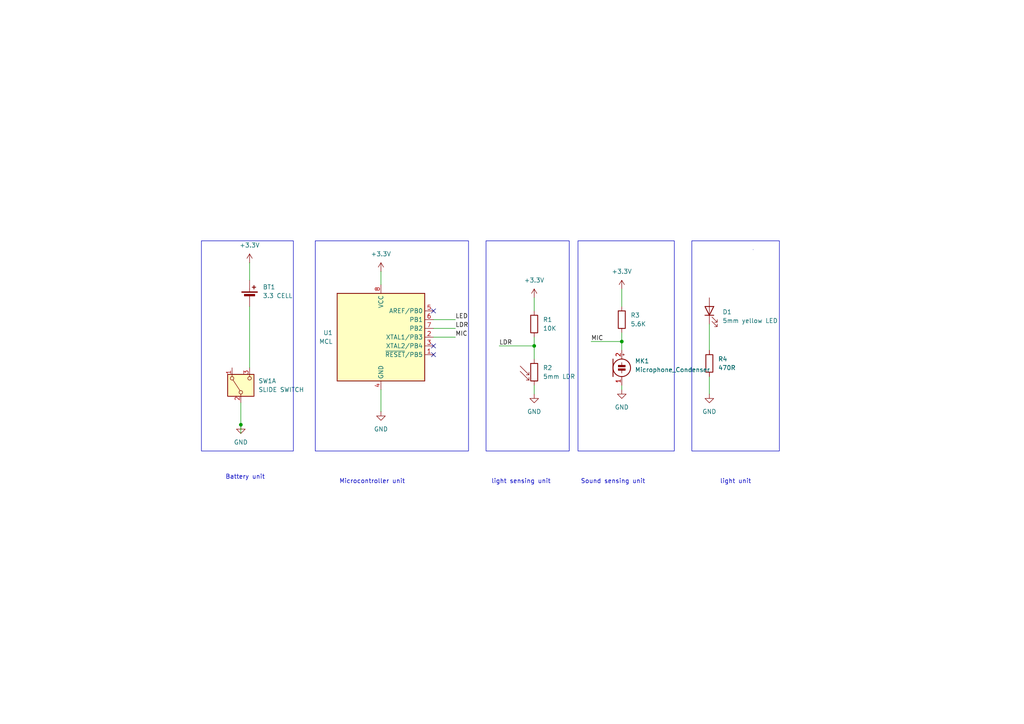
<source format=kicad_sch>
(kicad_sch (version 20231120) (generator "eeschema") (generator_version "8.0")
  (paper "A4")
  (title_block (title "Digital diya") (date "2025-02-06") (rev " v1") (company "PCB cupid"))
  (lib_symbols
    (symbol "Device:Battery_Cell" (pin_numbers hide) (pin_names (offset 0) hide)
      (property "Reference" "BT" (at 2.54 2.54 0))
      (property "Value" "Battery_Cell" (at 2.54 0 0))
      (symbol "Battery_Cell_0_1"
        (rectangle (start -2.286 1.778) (end 2.286 1.524) (fill (type outline)))
        (rectangle (start -1.524 1.016) (end 1.524 0.508) (fill (type outline)))
        (polyline (pts (xy 0 0.762) (xy 0 0)))
        (polyline (pts (xy 0 1.778) (xy 0 2.54)))
        (polyline (pts (xy 0.762 3.048) (xy 1.778 3.048)) (stroke (width 0.254)))
        (polyline (pts (xy 1.27 3.556) (xy 1.27 2.54)) (stroke (width 0.254)))
      )
      (symbol "Battery_Cell_1_1"
        (pin passive line (at 0 5.08 270) (length 2.54) (name "+") (number "1"))
        (pin passive line (at 0 -2.54 90) (length 2.54) (name "-") (number "2"))
      )
    )
    (symbol "Device:LED" (pin_numbers hide) (pin_names (offset 1.016) hide)
      (property "Reference" "D" (at 0 2.54 0))
      (property "Value" "LED" (at 0 -2.54 0))
      (symbol "LED_0_1"
        (polyline (pts (xy -1.27 -1.27) (xy -1.27 1.27)) (stroke (width 0.254)))
        (polyline (pts (xy -1.27 0) (xy 1.27 0)))
        (polyline (pts (xy 1.27 -1.27) (xy 1.27 1.27) (xy -1.27 0) (xy 1.27 -1.27)) (stroke (width 0.254)))
        (polyline (pts (xy -3.048 -0.762) (xy -4.572 -2.286) (xy -3.81 -2.286) (xy -4.572 -2.286) (xy -4.572 -1.524)))
        (polyline (pts (xy -1.778 -0.762) (xy -3.302 -2.286) (xy -2.54 -2.286) (xy -3.302 -2.286) (xy -3.302 -1.524)))
      )
      (symbol "LED_1_1"
        (pin passive line (at -3.81 0 0) (length 2.54) (name "K") (number "1"))
        (pin passive line (at 3.81 0 180) (length 2.54) (name "A") (number "2"))
      )
    )
    (symbol "Device:Microphone_Condenser" (pin_names (offset 0.0254) hide)
      (property "Reference" "MK" (at -3.302 1.27 0))
      (property "Value" "Microphone_Condenser" (at -3.302 -0.635 0))
      (symbol "Microphone_Condenser_0_1"
        (polyline (pts (xy -2.54 2.54) (xy -2.54 -2.54)) (stroke (width 0.254)))
        (polyline (pts (xy 0 -0.762) (xy 0 -1.524)))
        (polyline (pts (xy 0 0.762) (xy 0 1.524)))
        (polyline (pts (xy 0.254 3.81) (xy 0.762 3.81)))
        (polyline (pts (xy 0.508 4.064) (xy 0.508 3.556)))
        (circle (center 0 0) (radius 2.54) (stroke (width 0.254)))
        (rectangle (start 1.016 -0.254) (end -1.016 -0.762) (fill (type outline)))
        (rectangle (start 1.016 0.762) (end -1.016 0.254) (fill (type outline)))
      )
      (symbol "Microphone_Condenser_1_1"
        (pin passive line (at 0 -5.08 90) (length 2.54) (name "-") (number "1"))
        (pin passive line (at 0 5.08 270) (length 2.54) (name "+") (number "2"))
      )
    )
    (symbol "Device:R" (pin_numbers hide) (pin_names (offset 0))
      (property "Reference" "R" (at 2.032 0 90))
      (property "Value" "R" (at 0 0 90))
      (symbol "R_0_1"
        (rectangle (start -1.016 -2.54) (end 1.016 2.54) (stroke (width 0.254)))
      )
      (symbol "R_1_1"
        (pin passive line (at 0 3.81 270) (length 1.27) (name "~") (number "1"))
        (pin passive line (at 0 -3.81 90) (length 1.27) (name "~") (number "2"))
      )
    )
    (symbol "MCU_Microchip_ATtiny:ATtiny85V-10P"
      (property "Reference" "U" (at -12.7 13.97 0))
      (property "Value" "ATtiny85V-10P" (at 2.54 -13.97 0))
      (symbol "ATtiny85V-10P_0_1"
        (rectangle (start -12.7 -12.7) (end 12.7 12.7) (stroke (width 0.254)) (fill (type background)))
      )
      (symbol "ATtiny85V-10P_1_1"
        (pin bidirectional line (at 15.24 -5.08 180) (length 2.54) (name "~{RESET}/PB5") (number "1"))
        (pin bidirectional line (at 15.24 0 180) (length 2.54) (name "XTAL1/PB3") (number "2"))
        (pin bidirectional line (at 15.24 -2.54 180) (length 2.54) (name "XTAL2/PB4") (number "3"))
        (pin power_in line (at 0 -15.24 90) (length 2.54) (name "GND") (number "4"))
        (pin bidirectional line (at 15.24 7.62 180) (length 2.54) (name "AREF/PB0") (number "5"))
        (pin bidirectional line (at 15.24 5.08 180) (length 2.54) (name "PB1") (number "6"))
        (pin bidirectional line (at 15.24 2.54 180) (length 2.54) (name "PB2") (number "7"))
        (pin power_in line (at 0 15.24 270) (length 2.54) (name "VCC") (number "8"))
      )
    )
    (symbol "Sensor_Optical:LDR07" (pin_numbers hide) (pin_names (offset 0))
      (property "Reference" "R" (at -5.08 0 90))
      (property "Value" "LDR07" (at 1.905 0 90))
      (symbol "LDR07_0_1"
        (rectangle (start -1.016 2.54) (end 1.016 -2.54) (stroke (width 0.254)))
        (polyline (pts (xy -1.524 -2.286) (xy -4.064 0.254)))
        (polyline (pts (xy -1.524 -2.286) (xy -2.286 -2.286)))
        (polyline (pts (xy -1.524 -2.286) (xy -1.524 -1.524)))
        (polyline (pts (xy -1.524 -0.762) (xy -4.064 1.778)))
        (polyline (pts (xy -1.524 -0.762) (xy -2.286 -0.762)))
        (polyline (pts (xy -1.524 -0.762) (xy -1.524 0)))
      )
      (symbol "LDR07_1_1"
        (pin passive line (at 0 3.81 270) (length 1.27) (name "~") (number "1"))
        (pin passive line (at 0 -3.81 90) (length 1.27) (name "~") (number "2"))
      )
    )
    (symbol "Switch:SW_DPDT_x2" (pin_names (offset 0) hide)
      (property "Reference" "SW" (at 0 5.08 0))
      (property "Value" "SW_DPDT_x2" (at 0 -5.08 0))
      (symbol "SW_DPDT_x2_0_0"
        (circle (center -2.032 0) (radius 0.508))
        (circle (center 2.032 -2.54) (radius 0.508))
      )
      (symbol "SW_DPDT_x2_0_1"
        (rectangle (start -3.175 3.81) (end 3.175 -3.81) (stroke (width 0.254)) (fill (type background)))
        (polyline (pts (xy -1.524 0.254) (xy 1.5748 2.286)))
        (circle (center 2.032 2.54) (radius 0.508))
      )
      (symbol "SW_DPDT_x2_1_1"
        (pin passive line (at 5.08 2.54 180) (length 2.54) (name "A") (number "1"))
        (pin passive line (at -5.08 0 0) (length 2.54) (name "B") (number "2"))
        (pin passive line (at 5.08 -2.54 180) (length 2.54) (name "C") (number "3"))
      )
      (symbol "SW_DPDT_x2_2_1"
        (pin passive line (at 5.08 2.54 180) (length 2.54) (name "A") (number "4"))
        (pin passive line (at -5.08 0 0) (length 2.54) (name "B") (number "5"))
        (pin passive line (at 5.08 -2.54 180) (length 2.54) (name "C") (number "6"))
      )
    )
    (symbol "power:+3.3V" (power) (pin_numbers hide) (pin_names (offset 0) hide)
      (property "Value" "+3.3V" (at 0 3.556 0))
      (symbol "+3.3V_0_1"
        (polyline (pts (xy -0.762 1.27) (xy 0 2.54)))
        (polyline (pts (xy 0 0) (xy 0 2.54)))
        (polyline (pts (xy 0 2.54) (xy 0.762 1.27)))
      )
      (symbol "+3.3V_1_1"
        (pin power_in line (at 0 0 90) (length 0) (name "~") (number "1"))
      )
    )
    (symbol "power:GND" (power) (pin_numbers hide) (pin_names (offset 0) hide)
      (property "Value" "GND" (at 0 -3.81 0))
      (symbol "GND_0_1"
        (polyline (pts (xy 0 0) (xy 0 -1.27) (xy 1.27 -1.27) (xy 0 -2.54) (xy -1.27 -1.27) (xy 0 -1.27)))
      )
      (symbol "GND_1_1"
        (pin power_in line (at 0 0 270) (length 0) (name "~") (number "1"))
      )
    )
  )
  (junction (at 154.94 100.33))
  (junction (at 69.85 123.19))
  (junction (at 180.34 99.06))
  (no_connect (at 125.73 100.33))
  (no_connect (at 125.73 90.17))
  (no_connect (at 125.73 102.87))
  (wire (pts (xy 110.49 78.74) (xy 110.49 82.55)))
  (wire (pts (xy 154.94 100.33) (xy 154.94 104.14)))
  (wire (pts (xy 180.34 96.52) (xy 180.34 99.06)))
  (wire (pts (xy 180.34 83.82) (xy 180.34 88.9)))
  (wire (pts (xy 69.85 116.84) (xy 69.85 123.19)))
  (wire (pts (xy 125.73 95.25) (xy 132.08 95.25)))
  (wire (pts (xy 171.45 99.06) (xy 180.34 99.06)))
  (wire (pts (xy 69.85 123.19) (xy 69.85 125.73)))
  (wire (pts (xy 72.39 88.9) (xy 72.39 106.68)))
  (wire (pts (xy 125.73 97.79) (xy 132.08 97.79)))
  (wire (pts (xy 110.49 113.03) (xy 110.49 119.38)))
  (wire (pts (xy 205.74 93.98) (xy 205.74 101.6)))
  (wire (pts (xy 72.39 76.2) (xy 72.39 81.28)))
  (wire (pts (xy 180.34 99.06) (xy 180.34 101.6)))
  (wire (pts (xy 154.94 111.76) (xy 154.94 114.3)))
  (wire (pts (xy 180.34 111.76) (xy 180.34 113.03)))
  (wire (pts (xy 144.78 100.33) (xy 154.94 100.33)))
  (wire (pts (xy 154.94 97.79) (xy 154.94 100.33)))
  (wire (pts (xy 154.94 86.36) (xy 154.94 90.17)))
  (wire (pts (xy 125.73 92.71) (xy 132.08 92.71)))
  (wire (pts (xy 205.74 109.22) (xy 205.74 114.3)))
  (rectangle (start 200.66 69.85) (end 226.06 130.81))
  (rectangle (start 167.64 69.85) (end 195.58 130.81))
  (rectangle (start 218.44 72.39) (end 218.44 72.39))
  (rectangle (start 140.97 69.85) (end 165.1 130.81))
  (rectangle (start 91.44 69.85) (end 135.89 130.81))
  (rectangle (start 58.42 69.85) (end 85.09 130.81))
  (text "light sensing unit" (at 151.13 139.7 0) (effects (font (size 1.27 1.27))))
  (text "Microcontroller unit\n" (at 107.95 139.7 0) (effects (font (size 1.27 1.27))))
  (text "light unit" (at 213.36 139.7 0) (effects (font (size 1.27 1.27))))
  (text "Battery unit\n" (at 71.12 138.43 0) (effects (font (size 1.27 1.27))))
  (text "Sound sensing unit" (at 177.8 139.7 0) (effects (font (size 1.27 1.27))))
  (label "MIC" (at 132.08 97.79 0))
  (label "LDR" (at 132.08 95.25 0))
  (label "LDR" (at 144.78 100.33 0))
  (label "MIC" (at 171.45 99.06 0))
  (label "LED" (at 132.08 92.71 0))
  (symbol (lib_id "Device:R") (at 205.74 105.41 0) (unit 1)
    (property "Reference" "R4" (at 208.28 104.1399 0) (effects (justify left)))
    (property "Value" "470R" (at 208.28 106.6799 0) (effects (justify left)))
    (property "Description" "Resistor" (effects (hide yes)))
  )
  (symbol (lib_id "power:GND") (at 110.49 119.38 0) (unit 1)
    (property "Reference" "#PWR04" (effects (hide yes)))
    (property "Value" "GND" (at 110.49 124.46 0))
    (property "Description" "Power symbol creates a global label with name \"GND\" , ground" (effects (hide yes)))
  )
  (symbol (lib_id "MCU_Microchip_ATtiny:ATtiny85V-10P") (at 110.49 97.79 0) (unit 1)
    (property "Reference" "U1" (at 96.52 96.5199 0) (effects (justify right)))
    (property "Value" "MCL" (at 96.52 99.0599 0) (effects (justify right)))
    (property "Footprint" "Package_DIP:DIP-8_W7.62mm" (effects (hide yes)))
    (property "Datasheet" "http://ww1.microchip.com/downloads/en/DeviceDoc/atmel-2586-avr-8-bit-microcontroller-attiny25-attiny45-attiny85_datasheet.pdf" (effects (hide yes)))
    (property "Description" "10MHz, 8kB Flash, 512B SRAM, 512B EEPROM, debugWIRE, DIP-8" (effects (hide yes)))
  )
  (symbol (lib_id "power:+3.3V") (at 110.49 78.74 0) (unit 1)
    (property "Reference" "#PWR03" (effects (hide yes)))
    (property "Value" "+3.3V" (at 110.49 73.66 0))
    (property "Description" "Power symbol creates a global label with name \"+3.3V\"" (effects (hide yes)))
  )
  (symbol (lib_id "power:GND") (at 69.85 123.19 0) (unit 1)
    (property "Reference" "#PWR01" (effects (hide yes)))
    (property "Value" "GND" (at 69.85 128.27 0))
    (property "Description" "Power symbol creates a global label with name \"GND\" , ground" (effects (hide yes)))
  )
  (symbol (lib_id "power:+3.3V") (at 72.39 76.2 0) (unit 1)
    (property "Reference" "#PWR02" (effects (hide yes)))
    (property "Value" "+3.3V" (at 72.39 71.12 0))
    (property "Description" "Power symbol creates a global label with name \"+3.3V\"" (effects (hide yes)))
  )
  (symbol (lib_id "power:GND") (at 154.94 114.3 0) (unit 1)
    (property "Reference" "#PWR06" (effects (hide yes)))
    (property "Value" "GND" (at 154.94 119.38 0))
    (property "Description" "Power symbol creates a global label with name \"GND\" , ground" (effects (hide yes)))
  )
  (symbol (lib_id "Device:LED") (at 205.74 90.17 90) (unit 1)
    (property "Reference" "D1" (at 209.55 90.4874 90) (effects (justify right)))
    (property "Value" "5mm yellow LED" (at 209.55 93.0274 90) (effects (justify right)))
    (property "Description" "Light emitting diode" (effects (hide yes)))
  )
  (symbol (lib_id "power:GND") (at 180.34 113.03 0) (unit 1)
    (property "Reference" "#PWR08" (effects (hide yes)))
    (property "Value" "GND" (at 180.34 118.11 0))
    (property "Description" "Power symbol creates a global label with name \"GND\" , ground" (effects (hide yes)))
  )
  (symbol (lib_id "Device:R") (at 180.34 92.71 0) (unit 1)
    (property "Reference" "R3" (at 182.88 91.4399 0) (effects (justify left)))
    (property "Value" "5.6K" (at 182.88 93.9799 0) (effects (justify left)))
    (property "Description" "Resistor" (effects (hide yes)))
  )
  (symbol (lib_id "Device:Microphone_Condenser") (at 180.34 106.68 0) (unit 1)
    (property "Reference" "MK1" (at 184.15 104.7114 0) (effects (justify left)))
    (property "Value" "Microphone_Condenser" (at 184.15 107.2514 0) (effects (justify left)))
    (property "Description" "Condenser microphone" (effects (hide yes)))
  )
  (symbol (lib_id "power:+3.3V") (at 180.34 83.82 0) (unit 1)
    (property "Reference" "#PWR07" (effects (hide yes)))
    (property "Value" "+3.3V" (at 180.34 78.74 0))
    (property "Description" "Power symbol creates a global label with name \"+3.3V\"" (effects (hide yes)))
  )
  (symbol (lib_id "Device:Battery_Cell") (at 72.39 86.36 0) (unit 1)
    (property "Reference" "BT1" (at 76.2 83.2484 0) (effects (justify left)))
    (property "Value" "3.3 CELL" (at 76.2 85.7884 0) (effects (justify left)))
    (property "Description" "Single-cell battery" (effects (hide yes)))
  )
  (symbol (lib_id "Device:R") (at 154.94 93.98 0) (unit 1)
    (property "Reference" "R1" (at 157.48 92.7099 0) (effects (justify left)))
    (property "Value" "10K" (at 157.48 95.2499 0) (effects (justify left)))
    (property "Description" "Resistor" (effects (hide yes)))
  )
  (symbol (lib_id "power:+3.3V") (at 154.94 86.36 0) (unit 1)
    (property "Reference" "#PWR05" (effects (hide yes)))
    (property "Value" "+3.3V" (at 154.94 81.28 0))
    (property "Description" "Power symbol creates a global label with name \"+3.3V\"" (effects (hide yes)))
  )
  (symbol (lib_id "Switch:SW_DPDT_x2") (at 69.85 111.76 90) (unit 1)
    (property "Reference" "SW1" (at 74.93 110.4899 90) (effects (justify right)))
    (property "Value" "SLIDE SWITCH" (at 74.93 113.0299 90) (effects (justify right)))
    (property "Description" "Switch, dual pole double throw, separate symbols" (effects (hide yes)))
  )
  (symbol (lib_id "power:GND") (at 205.74 114.3 0) (unit 1)
    (property "Reference" "#PWR09" (effects (hide yes)))
    (property "Value" "GND" (at 205.74 119.38 0))
    (property "Description" "Power symbol creates a global label with name \"GND\" , ground" (effects (hide yes)))
  )
  (symbol (lib_id "Sensor_Optical:LDR07") (at 154.94 107.95 0) (unit 1)
    (property "Reference" "R2" (at 157.48 106.6799 0) (effects (justify left)))
    (property "Value" "5mm LDR" (at 157.48 109.2199 0) (effects (justify left)))
    (property "Footprint" "OptoDevice:R_LDR_5.1x4.3mm_P3.4mm_Vertical" (effects (hide yes)))
    (property "Datasheet" "http://www.tme.eu/de/Document/f2e3ad76a925811312d226c31da4cd7e/LDR07.pdf" (effects (hide yes)))
    (property "Description" "light dependent resistor" (effects (hide yes)))
  )
)
</source>
